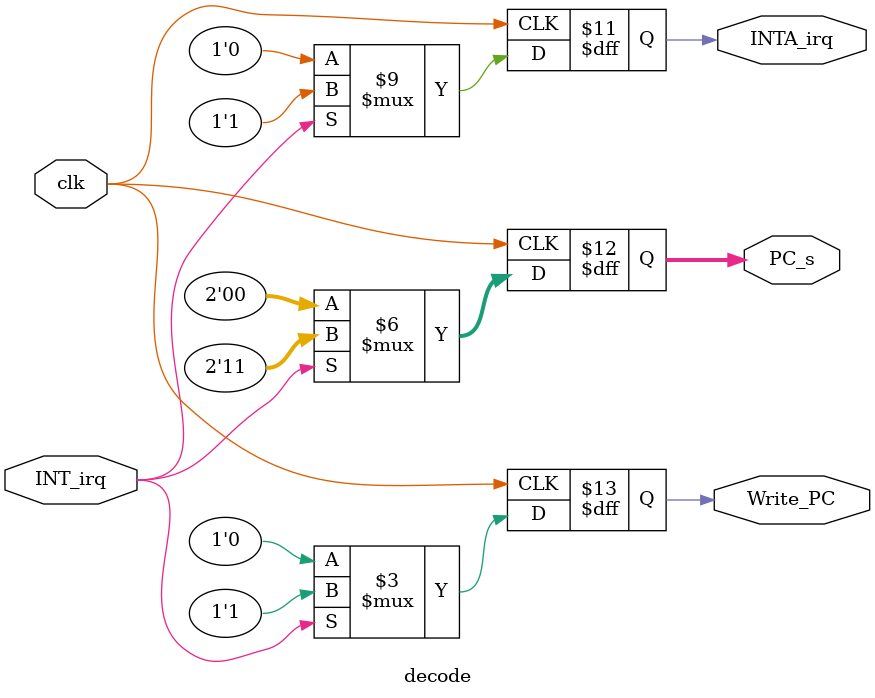
<source format=v>
module top(
    input clk,
    input rst,
    input CPSR_7,
    input EX_irq,
    
    output INT_irq,
    output INTA_irq,
    output [1:0]PC_s

    );
    
    request request(
        .CPSR_7(CPSR_7),
        .INTA_irq(INTA_irq),
        .EX_irq(EX_irq),
        .INT_irq(INT_irq)
    );
    
    decode decode_mod(
        .clk(clk),
        .INT_irq(INT_irq),
        .INTA_irq(INTA_irq),
        .PC_s(PC_s)
    );   
endmodule


module d_flip_flop(
    input d,
    input clk,
    input clr,
    output reg q
    );
        
    always@ (posedge clk or posedge clr) begin
        if(clr) begin
            q <= 0; 
        end
        else begin
            q <= d;
        end
    end
    
endmodule

module request(
    input CPSR_7,
    input INTA_irq,
    input EX_irq,
    
    output INT_irq,
    output Q
    );
    
    //wire Q;
    
    d_flip_flop D1(
        .d(1'b1),
        .clk(~CPSR_7),
        .clr(INTA_irq),
        .q(Q)
    );
    
    d_flip_flop D2(
        .d(Q),
        .clk(EX_irq),
        .clr(INTA_irq),
        .q(INT_irq)
    );
endmodule

module decode(
    input clk,
    input INT_irq,
    
    output reg INTA_irq,
    output reg [1:0]PC_s,
    output reg Write_PC
    );
    always@(posedge clk) begin
        if(INT_irq) begin
            INTA_irq <= 1;
            PC_s <= 2'b11;
            Write_PC <= 1;
        end
        else begin
            INTA_irq <= 0;
            PC_s <= 2'b00;
            Write_PC <= 0;
        end
    end
endmodule
</source>
